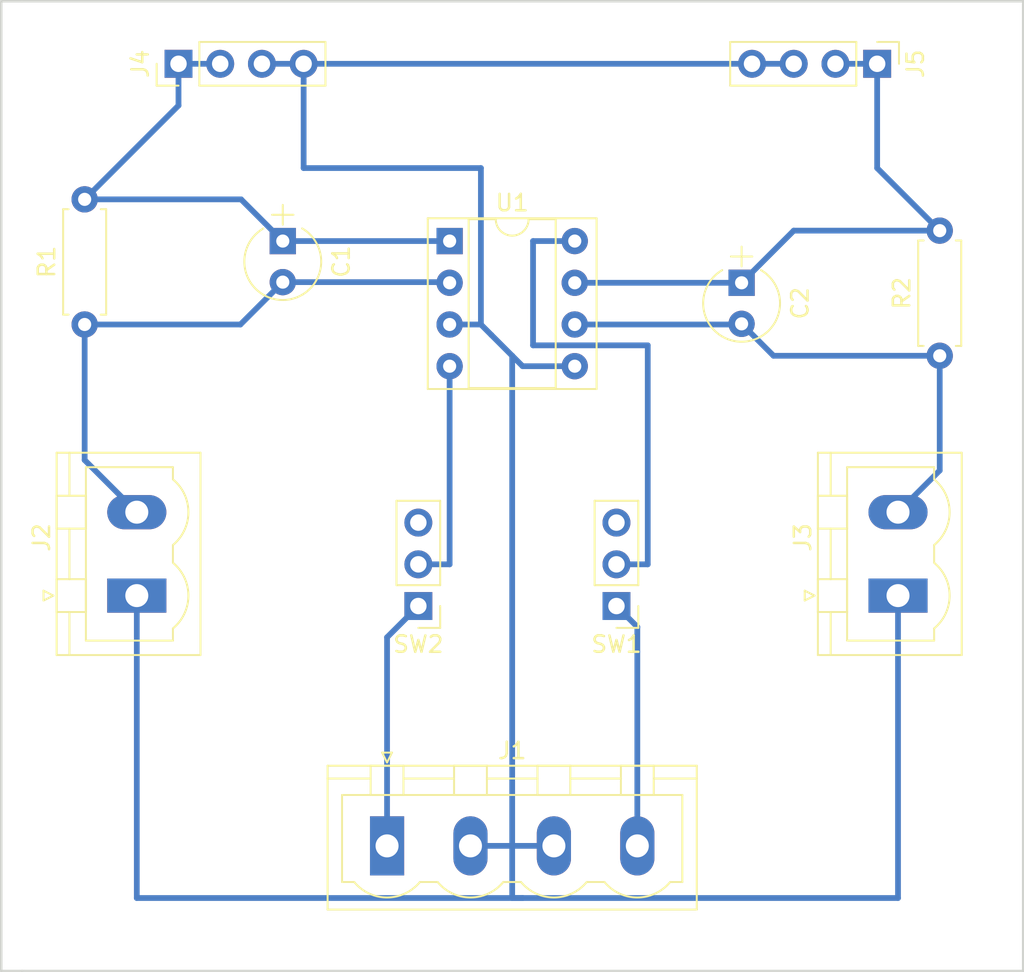
<source format=kicad_pcb>
(kicad_pcb (version 4) (host pcbnew 4.0.7)

  (general
    (links 27)
    (no_connects 0)
    (area 102.794999 50.089999 165.175001 109.295001)
    (thickness 1.6)
    (drawings 6)
    (tracks 62)
    (zones 0)
    (modules 12)
    (nets 10)
  )

  (page A4)
  (title_block
    (title "PCB Charge Amplifier")
    (date 2020-07-08)
    (rev 1.0)
    (company "LSKK ITB")
    (comment 1 "Alif Ilham Madani")
    (comment 2 "Designed By:")
  )

  (layers
    (0 F.Cu signal)
    (31 B.Cu signal)
    (32 B.Adhes user)
    (33 F.Adhes user)
    (34 B.Paste user)
    (35 F.Paste user)
    (36 B.SilkS user)
    (37 F.SilkS user)
    (38 B.Mask user)
    (39 F.Mask user)
    (40 Dwgs.User user)
    (41 Cmts.User user)
    (42 Eco1.User user)
    (43 Eco2.User user)
    (44 Edge.Cuts user)
    (45 Margin user)
    (46 B.CrtYd user)
    (47 F.CrtYd user)
    (48 B.Fab user)
    (49 F.Fab user)
  )

  (setup
    (last_trace_width 0.35)
    (trace_clearance 0.2)
    (zone_clearance 0.508)
    (zone_45_only no)
    (trace_min 0.2)
    (segment_width 0.2)
    (edge_width 0.15)
    (via_size 0.6)
    (via_drill 0.4)
    (via_min_size 0.4)
    (via_min_drill 0.3)
    (uvia_size 0.3)
    (uvia_drill 0.1)
    (uvias_allowed no)
    (uvia_min_size 0.2)
    (uvia_min_drill 0.1)
    (pcb_text_width 0.3)
    (pcb_text_size 1.5 1.5)
    (mod_edge_width 0.15)
    (mod_text_size 1 1)
    (mod_text_width 0.15)
    (pad_size 1.524 1.524)
    (pad_drill 0.762)
    (pad_to_mask_clearance 0.2)
    (aux_axis_origin 0 0)
    (visible_elements FFFFFF7F)
    (pcbplotparams
      (layerselection 0x01000_80000000)
      (usegerberextensions false)
      (excludeedgelayer false)
      (linewidth 0.100000)
      (plotframeref false)
      (viasonmask false)
      (mode 1)
      (useauxorigin false)
      (hpglpennumber 1)
      (hpglpenspeed 20)
      (hpglpendiameter 15)
      (hpglpenoverlay 2)
      (psnegative false)
      (psa4output false)
      (plotreference true)
      (plotvalue true)
      (plotinvisibletext false)
      (padsonsilk false)
      (subtractmaskfromsilk false)
      (outputformat 4)
      (mirror false)
      (drillshape 2)
      (scaleselection 1)
      (outputdirectory ./))
  )

  (net 0 "")
  (net 1 "Net-(C1-Pad1)")
  (net 2 "Net-(C1-Pad2)")
  (net 3 "Net-(C2-Pad1)")
  (net 4 "Net-(C2-Pad2)")
  (net 5 BAT-)
  (net 6 GND)
  (net 7 BAT+)
  (net 8 "Net-(SW2-Pad2)")
  (net 9 "Net-(SW1-Pad2)")

  (net_class Default "This is the default net class."
    (clearance 0.2)
    (trace_width 0.35)
    (via_dia 0.6)
    (via_drill 0.4)
    (uvia_dia 0.3)
    (uvia_drill 0.1)
    (add_net BAT+)
    (add_net BAT-)
    (add_net GND)
    (add_net "Net-(C1-Pad1)")
    (add_net "Net-(C1-Pad2)")
    (add_net "Net-(C2-Pad1)")
    (add_net "Net-(C2-Pad2)")
    (add_net "Net-(SW1-Pad2)")
    (add_net "Net-(SW2-Pad2)")
  )

  (module Connectors_Phoenix:PhoenixContact_MSTBVA-G_02x5.08mm_Vertical (layer F.Cu) (tedit 59566E5C) (tstamp 5F059B60)
    (at 111.125 86.36 90)
    (descr "Generic Phoenix Contact connector footprint for series: MSTBVA-G; number of pins: 02; pin pitch: 5.08mm; Vertical || order number: 1755736 12A || order number: 1924305 16A (HC)")
    (tags "phoenix_contact connector MSTBVA_01x02_G_5.08mm")
    (path /5F055944)
    (fp_text reference J2 (at 3.54 -5.8 90) (layer F.SilkS)
      (effects (font (size 1 1) (thickness 0.15)))
    )
    (fp_text value Vin1 (at 2.54 4.8 90) (layer F.Fab)
      (effects (font (size 1 1) (thickness 0.15)))
    )
    (fp_arc (start 0 0.55) (end -2 2.2) (angle -100.5) (layer F.SilkS) (width 0.12))
    (fp_arc (start 5.08 0.55) (end 3.08 2.2) (angle -100.5) (layer F.SilkS) (width 0.12))
    (fp_line (start -3.62 -4.88) (end -3.62 3.88) (layer F.SilkS) (width 0.12))
    (fp_line (start -3.62 3.88) (end 8.7 3.88) (layer F.SilkS) (width 0.12))
    (fp_line (start 8.7 3.88) (end 8.7 -4.88) (layer F.SilkS) (width 0.12))
    (fp_line (start 8.7 -4.88) (end -3.62 -4.88) (layer F.SilkS) (width 0.12))
    (fp_line (start -3.54 -4.8) (end -3.54 3.8) (layer F.Fab) (width 0.1))
    (fp_line (start -3.54 3.8) (end 8.62 3.8) (layer F.Fab) (width 0.1))
    (fp_line (start 8.62 3.8) (end 8.62 -4.8) (layer F.Fab) (width 0.1))
    (fp_line (start 8.62 -4.8) (end -3.54 -4.8) (layer F.Fab) (width 0.1))
    (fp_line (start -3.62 -4.1) (end -1.08 -4.1) (layer F.SilkS) (width 0.12))
    (fp_line (start 8.7 -4.1) (end 6.16 -4.1) (layer F.SilkS) (width 0.12))
    (fp_line (start 1 -4.1) (end 4.08 -4.1) (layer F.SilkS) (width 0.12))
    (fp_line (start -1 -3.1) (end -1 -4.88) (layer F.SilkS) (width 0.12))
    (fp_line (start -1 -4.88) (end 1 -4.88) (layer F.SilkS) (width 0.12))
    (fp_line (start 1 -4.88) (end 1 -3.1) (layer F.SilkS) (width 0.12))
    (fp_line (start 1 -3.1) (end -1 -3.1) (layer F.SilkS) (width 0.12))
    (fp_line (start 4.08 -3.1) (end 4.08 -4.88) (layer F.SilkS) (width 0.12))
    (fp_line (start 4.08 -4.88) (end 6.08 -4.88) (layer F.SilkS) (width 0.12))
    (fp_line (start 6.08 -4.88) (end 6.08 -3.1) (layer F.SilkS) (width 0.12))
    (fp_line (start 6.08 -3.1) (end 4.08 -3.1) (layer F.SilkS) (width 0.12))
    (fp_line (start 2 2.2) (end 3.08 2.2) (layer F.SilkS) (width 0.12))
    (fp_line (start -2 2.2) (end -2.74 2.2) (layer F.SilkS) (width 0.12))
    (fp_line (start -2.74 2.2) (end -2.74 -3.1) (layer F.SilkS) (width 0.12))
    (fp_line (start -2.74 -3.1) (end 7.82 -3.1) (layer F.SilkS) (width 0.12))
    (fp_line (start 7.82 -3.1) (end 7.82 2.2) (layer F.SilkS) (width 0.12))
    (fp_line (start 7.82 2.2) (end 7.08 2.2) (layer F.SilkS) (width 0.12))
    (fp_line (start -4.04 -5.3) (end -4.04 4.3) (layer F.CrtYd) (width 0.05))
    (fp_line (start -4.04 4.3) (end 9.12 4.3) (layer F.CrtYd) (width 0.05))
    (fp_line (start 9.12 4.3) (end 9.12 -5.3) (layer F.CrtYd) (width 0.05))
    (fp_line (start 9.12 -5.3) (end -4.04 -5.3) (layer F.CrtYd) (width 0.05))
    (fp_line (start 0.3 -5.68) (end 0 -5.08) (layer F.SilkS) (width 0.12))
    (fp_line (start 0 -5.08) (end -0.3 -5.68) (layer F.SilkS) (width 0.12))
    (fp_line (start -0.3 -5.68) (end 0.3 -5.68) (layer F.SilkS) (width 0.12))
    (fp_line (start 0.5 -3.55) (end 0 -2.55) (layer F.Fab) (width 0.1))
    (fp_line (start 0 -2.55) (end -0.5 -3.55) (layer F.Fab) (width 0.1))
    (fp_line (start -0.5 -3.55) (end 0.5 -3.55) (layer F.Fab) (width 0.1))
    (fp_text user %R (at 3.54 -3 90) (layer F.Fab)
      (effects (font (size 1 1) (thickness 0.15)))
    )
    (pad 1 thru_hole rect (at 0 0 90) (size 2.08 3.6) (drill 1.4) (layers *.Cu *.Mask)
      (net 6 GND))
    (pad 2 thru_hole oval (at 5.08 0 90) (size 2.08 3.6) (drill 1.4) (layers *.Cu *.Mask)
      (net 2 "Net-(C1-Pad2)"))
    (model ${KISYS3DMOD}/Connectors_Phoenix.3dshapes/PhoenixContact_MSTBVA-G_02x5.08mm_Vertical.wrl
      (at (xyz 0 0 0))
      (scale (xyz 1 1 1))
      (rotate (xyz 0 0 0))
    )
  )

  (module Capacitors_THT:CP_Radial_Tantal_D4.5mm_P2.50mm (layer F.Cu) (tedit 597C781B) (tstamp 5F0566A3)
    (at 120.015 64.77 270)
    (descr "CP, Radial_Tantal series, Radial, pin pitch=2.50mm, , diameter=4.5mm, Tantal Electrolytic Capacitor, http://cdn-reichelt.de/documents/datenblatt/B300/TANTAL-TB-Serie%23.pdf")
    (tags "CP Radial_Tantal series Radial pin pitch 2.50mm  diameter 4.5mm Tantal Electrolytic Capacitor")
    (path /5F0534CE)
    (fp_text reference C1 (at 1.25 -3.56 270) (layer F.SilkS)
      (effects (font (size 1 1) (thickness 0.15)))
    )
    (fp_text value 1n (at 1.25 3.56 270) (layer F.Fab)
      (effects (font (size 1 1) (thickness 0.15)))
    )
    (fp_arc (start 1.25 0) (end -0.770693 -1.18) (angle 119.4) (layer F.SilkS) (width 0.12))
    (fp_arc (start 1.25 0) (end -0.770693 1.18) (angle -119.4) (layer F.SilkS) (width 0.12))
    (fp_arc (start 1.25 0) (end 3.270693 -1.18) (angle 60.6) (layer F.SilkS) (width 0.12))
    (fp_circle (center 1.25 0) (end 3.5 0) (layer F.Fab) (width 0.1))
    (fp_line (start -2.2 0) (end -1 0) (layer F.Fab) (width 0.1))
    (fp_line (start -1.6 -0.65) (end -1.6 0.65) (layer F.Fab) (width 0.1))
    (fp_line (start -2.2 0) (end -1 0) (layer F.SilkS) (width 0.12))
    (fp_line (start -1.6 -0.65) (end -1.6 0.65) (layer F.SilkS) (width 0.12))
    (fp_line (start -1.35 -2.6) (end -1.35 2.6) (layer F.CrtYd) (width 0.05))
    (fp_line (start -1.35 2.6) (end 3.85 2.6) (layer F.CrtYd) (width 0.05))
    (fp_line (start 3.85 2.6) (end 3.85 -2.6) (layer F.CrtYd) (width 0.05))
    (fp_line (start 3.85 -2.6) (end -1.35 -2.6) (layer F.CrtYd) (width 0.05))
    (fp_text user %R (at 1.25 0 270) (layer F.Fab)
      (effects (font (size 1 1) (thickness 0.15)))
    )
    (pad 1 thru_hole rect (at 0 0 270) (size 1.6 1.6) (drill 0.8) (layers *.Cu *.Mask)
      (net 1 "Net-(C1-Pad1)"))
    (pad 2 thru_hole circle (at 2.5 0 270) (size 1.6 1.6) (drill 0.8) (layers *.Cu *.Mask)
      (net 2 "Net-(C1-Pad2)"))
    (model ${KISYS3DMOD}/Capacitors_THT.3dshapes/CP_Radial_Tantal_D4.5mm_P2.50mm.wrl
      (at (xyz 0 0 0))
      (scale (xyz 1 1 1))
      (rotate (xyz 0 0 0))
    )
  )

  (module Capacitors_THT:CP_Radial_Tantal_D4.5mm_P2.50mm (layer F.Cu) (tedit 597C781B) (tstamp 5F0566A9)
    (at 147.955 67.31 270)
    (descr "CP, Radial_Tantal series, Radial, pin pitch=2.50mm, , diameter=4.5mm, Tantal Electrolytic Capacitor, http://cdn-reichelt.de/documents/datenblatt/B300/TANTAL-TB-Serie%23.pdf")
    (tags "CP Radial_Tantal series Radial pin pitch 2.50mm  diameter 4.5mm Tantal Electrolytic Capacitor")
    (path /5F053601)
    (fp_text reference C2 (at 1.25 -3.56 270) (layer F.SilkS)
      (effects (font (size 1 1) (thickness 0.15)))
    )
    (fp_text value 1n (at 1.25 3.56 270) (layer F.Fab)
      (effects (font (size 1 1) (thickness 0.15)))
    )
    (fp_arc (start 1.25 0) (end -0.770693 -1.18) (angle 119.4) (layer F.SilkS) (width 0.12))
    (fp_arc (start 1.25 0) (end -0.770693 1.18) (angle -119.4) (layer F.SilkS) (width 0.12))
    (fp_arc (start 1.25 0) (end 3.270693 -1.18) (angle 60.6) (layer F.SilkS) (width 0.12))
    (fp_circle (center 1.25 0) (end 3.5 0) (layer F.Fab) (width 0.1))
    (fp_line (start -2.2 0) (end -1 0) (layer F.Fab) (width 0.1))
    (fp_line (start -1.6 -0.65) (end -1.6 0.65) (layer F.Fab) (width 0.1))
    (fp_line (start -2.2 0) (end -1 0) (layer F.SilkS) (width 0.12))
    (fp_line (start -1.6 -0.65) (end -1.6 0.65) (layer F.SilkS) (width 0.12))
    (fp_line (start -1.35 -2.6) (end -1.35 2.6) (layer F.CrtYd) (width 0.05))
    (fp_line (start -1.35 2.6) (end 3.85 2.6) (layer F.CrtYd) (width 0.05))
    (fp_line (start 3.85 2.6) (end 3.85 -2.6) (layer F.CrtYd) (width 0.05))
    (fp_line (start 3.85 -2.6) (end -1.35 -2.6) (layer F.CrtYd) (width 0.05))
    (fp_text user %R (at 1.25 0 270) (layer F.Fab)
      (effects (font (size 1 1) (thickness 0.15)))
    )
    (pad 1 thru_hole rect (at 0 0 270) (size 1.6 1.6) (drill 0.8) (layers *.Cu *.Mask)
      (net 3 "Net-(C2-Pad1)"))
    (pad 2 thru_hole circle (at 2.5 0 270) (size 1.6 1.6) (drill 0.8) (layers *.Cu *.Mask)
      (net 4 "Net-(C2-Pad2)"))
    (model ${KISYS3DMOD}/Capacitors_THT.3dshapes/CP_Radial_Tantal_D4.5mm_P2.50mm.wrl
      (at (xyz 0 0 0))
      (scale (xyz 1 1 1))
      (rotate (xyz 0 0 0))
    )
  )

  (module Resistors_THT:R_Axial_DIN0207_L6.3mm_D2.5mm_P7.62mm_Horizontal (layer F.Cu) (tedit 5874F706) (tstamp 5F0566D0)
    (at 107.95 69.85 90)
    (descr "Resistor, Axial_DIN0207 series, Axial, Horizontal, pin pitch=7.62mm, 0.25W = 1/4W, length*diameter=6.3*2.5mm^2, http://cdn-reichelt.de/documents/datenblatt/B400/1_4W%23YAG.pdf")
    (tags "Resistor Axial_DIN0207 series Axial Horizontal pin pitch 7.62mm 0.25W = 1/4W length 6.3mm diameter 2.5mm")
    (path /5F053141)
    (fp_text reference R1 (at 3.81 -2.31 90) (layer F.SilkS)
      (effects (font (size 1 1) (thickness 0.15)))
    )
    (fp_text value 1M (at 3.81 2.31 90) (layer F.Fab)
      (effects (font (size 1 1) (thickness 0.15)))
    )
    (fp_line (start 0.66 -1.25) (end 0.66 1.25) (layer F.Fab) (width 0.1))
    (fp_line (start 0.66 1.25) (end 6.96 1.25) (layer F.Fab) (width 0.1))
    (fp_line (start 6.96 1.25) (end 6.96 -1.25) (layer F.Fab) (width 0.1))
    (fp_line (start 6.96 -1.25) (end 0.66 -1.25) (layer F.Fab) (width 0.1))
    (fp_line (start 0 0) (end 0.66 0) (layer F.Fab) (width 0.1))
    (fp_line (start 7.62 0) (end 6.96 0) (layer F.Fab) (width 0.1))
    (fp_line (start 0.6 -0.98) (end 0.6 -1.31) (layer F.SilkS) (width 0.12))
    (fp_line (start 0.6 -1.31) (end 7.02 -1.31) (layer F.SilkS) (width 0.12))
    (fp_line (start 7.02 -1.31) (end 7.02 -0.98) (layer F.SilkS) (width 0.12))
    (fp_line (start 0.6 0.98) (end 0.6 1.31) (layer F.SilkS) (width 0.12))
    (fp_line (start 0.6 1.31) (end 7.02 1.31) (layer F.SilkS) (width 0.12))
    (fp_line (start 7.02 1.31) (end 7.02 0.98) (layer F.SilkS) (width 0.12))
    (fp_line (start -1.05 -1.6) (end -1.05 1.6) (layer F.CrtYd) (width 0.05))
    (fp_line (start -1.05 1.6) (end 8.7 1.6) (layer F.CrtYd) (width 0.05))
    (fp_line (start 8.7 1.6) (end 8.7 -1.6) (layer F.CrtYd) (width 0.05))
    (fp_line (start 8.7 -1.6) (end -1.05 -1.6) (layer F.CrtYd) (width 0.05))
    (pad 1 thru_hole circle (at 0 0 90) (size 1.6 1.6) (drill 0.8) (layers *.Cu *.Mask)
      (net 2 "Net-(C1-Pad2)"))
    (pad 2 thru_hole oval (at 7.62 0 90) (size 1.6 1.6) (drill 0.8) (layers *.Cu *.Mask)
      (net 1 "Net-(C1-Pad1)"))
    (model ${KISYS3DMOD}/Resistors_THT.3dshapes/R_Axial_DIN0207_L6.3mm_D2.5mm_P7.62mm_Horizontal.wrl
      (at (xyz 0 0 0))
      (scale (xyz 0.393701 0.393701 0.393701))
      (rotate (xyz 0 0 0))
    )
  )

  (module Resistors_THT:R_Axial_DIN0207_L6.3mm_D2.5mm_P7.62mm_Horizontal (layer F.Cu) (tedit 5874F706) (tstamp 5F0566D6)
    (at 160.02 71.755 90)
    (descr "Resistor, Axial_DIN0207 series, Axial, Horizontal, pin pitch=7.62mm, 0.25W = 1/4W, length*diameter=6.3*2.5mm^2, http://cdn-reichelt.de/documents/datenblatt/B400/1_4W%23YAG.pdf")
    (tags "Resistor Axial_DIN0207 series Axial Horizontal pin pitch 7.62mm 0.25W = 1/4W length 6.3mm diameter 2.5mm")
    (path /5F0532E8)
    (fp_text reference R2 (at 3.81 -2.31 90) (layer F.SilkS)
      (effects (font (size 1 1) (thickness 0.15)))
    )
    (fp_text value 1M (at 3.81 2.31 90) (layer F.Fab)
      (effects (font (size 1 1) (thickness 0.15)))
    )
    (fp_line (start 0.66 -1.25) (end 0.66 1.25) (layer F.Fab) (width 0.1))
    (fp_line (start 0.66 1.25) (end 6.96 1.25) (layer F.Fab) (width 0.1))
    (fp_line (start 6.96 1.25) (end 6.96 -1.25) (layer F.Fab) (width 0.1))
    (fp_line (start 6.96 -1.25) (end 0.66 -1.25) (layer F.Fab) (width 0.1))
    (fp_line (start 0 0) (end 0.66 0) (layer F.Fab) (width 0.1))
    (fp_line (start 7.62 0) (end 6.96 0) (layer F.Fab) (width 0.1))
    (fp_line (start 0.6 -0.98) (end 0.6 -1.31) (layer F.SilkS) (width 0.12))
    (fp_line (start 0.6 -1.31) (end 7.02 -1.31) (layer F.SilkS) (width 0.12))
    (fp_line (start 7.02 -1.31) (end 7.02 -0.98) (layer F.SilkS) (width 0.12))
    (fp_line (start 0.6 0.98) (end 0.6 1.31) (layer F.SilkS) (width 0.12))
    (fp_line (start 0.6 1.31) (end 7.02 1.31) (layer F.SilkS) (width 0.12))
    (fp_line (start 7.02 1.31) (end 7.02 0.98) (layer F.SilkS) (width 0.12))
    (fp_line (start -1.05 -1.6) (end -1.05 1.6) (layer F.CrtYd) (width 0.05))
    (fp_line (start -1.05 1.6) (end 8.7 1.6) (layer F.CrtYd) (width 0.05))
    (fp_line (start 8.7 1.6) (end 8.7 -1.6) (layer F.CrtYd) (width 0.05))
    (fp_line (start 8.7 -1.6) (end -1.05 -1.6) (layer F.CrtYd) (width 0.05))
    (pad 1 thru_hole circle (at 0 0 90) (size 1.6 1.6) (drill 0.8) (layers *.Cu *.Mask)
      (net 4 "Net-(C2-Pad2)"))
    (pad 2 thru_hole oval (at 7.62 0 90) (size 1.6 1.6) (drill 0.8) (layers *.Cu *.Mask)
      (net 3 "Net-(C2-Pad1)"))
    (model ${KISYS3DMOD}/Resistors_THT.3dshapes/R_Axial_DIN0207_L6.3mm_D2.5mm_P7.62mm_Horizontal.wrl
      (at (xyz 0 0 0))
      (scale (xyz 0.393701 0.393701 0.393701))
      (rotate (xyz 0 0 0))
    )
  )

  (module Housings_DIP:DIP-8_W7.62mm_Socket (layer F.Cu) (tedit 59C78D6B) (tstamp 5F0566E2)
    (at 130.175 64.77)
    (descr "8-lead though-hole mounted DIP package, row spacing 7.62 mm (300 mils), Socket")
    (tags "THT DIP DIL PDIP 2.54mm 7.62mm 300mil Socket")
    (path /5F053738)
    (fp_text reference U1 (at 3.81 -2.33) (layer F.SilkS)
      (effects (font (size 1 1) (thickness 0.15)))
    )
    (fp_text value TL082 (at 3.81 9.95) (layer F.Fab)
      (effects (font (size 1 1) (thickness 0.15)))
    )
    (fp_arc (start 3.81 -1.33) (end 2.81 -1.33) (angle -180) (layer F.SilkS) (width 0.12))
    (fp_line (start 1.635 -1.27) (end 6.985 -1.27) (layer F.Fab) (width 0.1))
    (fp_line (start 6.985 -1.27) (end 6.985 8.89) (layer F.Fab) (width 0.1))
    (fp_line (start 6.985 8.89) (end 0.635 8.89) (layer F.Fab) (width 0.1))
    (fp_line (start 0.635 8.89) (end 0.635 -0.27) (layer F.Fab) (width 0.1))
    (fp_line (start 0.635 -0.27) (end 1.635 -1.27) (layer F.Fab) (width 0.1))
    (fp_line (start -1.27 -1.33) (end -1.27 8.95) (layer F.Fab) (width 0.1))
    (fp_line (start -1.27 8.95) (end 8.89 8.95) (layer F.Fab) (width 0.1))
    (fp_line (start 8.89 8.95) (end 8.89 -1.33) (layer F.Fab) (width 0.1))
    (fp_line (start 8.89 -1.33) (end -1.27 -1.33) (layer F.Fab) (width 0.1))
    (fp_line (start 2.81 -1.33) (end 1.16 -1.33) (layer F.SilkS) (width 0.12))
    (fp_line (start 1.16 -1.33) (end 1.16 8.95) (layer F.SilkS) (width 0.12))
    (fp_line (start 1.16 8.95) (end 6.46 8.95) (layer F.SilkS) (width 0.12))
    (fp_line (start 6.46 8.95) (end 6.46 -1.33) (layer F.SilkS) (width 0.12))
    (fp_line (start 6.46 -1.33) (end 4.81 -1.33) (layer F.SilkS) (width 0.12))
    (fp_line (start -1.33 -1.39) (end -1.33 9.01) (layer F.SilkS) (width 0.12))
    (fp_line (start -1.33 9.01) (end 8.95 9.01) (layer F.SilkS) (width 0.12))
    (fp_line (start 8.95 9.01) (end 8.95 -1.39) (layer F.SilkS) (width 0.12))
    (fp_line (start 8.95 -1.39) (end -1.33 -1.39) (layer F.SilkS) (width 0.12))
    (fp_line (start -1.55 -1.6) (end -1.55 9.2) (layer F.CrtYd) (width 0.05))
    (fp_line (start -1.55 9.2) (end 9.15 9.2) (layer F.CrtYd) (width 0.05))
    (fp_line (start 9.15 9.2) (end 9.15 -1.6) (layer F.CrtYd) (width 0.05))
    (fp_line (start 9.15 -1.6) (end -1.55 -1.6) (layer F.CrtYd) (width 0.05))
    (fp_text user %R (at 3.81 3.81) (layer F.Fab)
      (effects (font (size 1 1) (thickness 0.15)))
    )
    (pad 1 thru_hole rect (at 0 0) (size 1.6 1.6) (drill 0.8) (layers *.Cu *.Mask)
      (net 1 "Net-(C1-Pad1)"))
    (pad 5 thru_hole oval (at 7.62 7.62) (size 1.6 1.6) (drill 0.8) (layers *.Cu *.Mask)
      (net 6 GND))
    (pad 2 thru_hole oval (at 0 2.54) (size 1.6 1.6) (drill 0.8) (layers *.Cu *.Mask)
      (net 2 "Net-(C1-Pad2)"))
    (pad 6 thru_hole oval (at 7.62 5.08) (size 1.6 1.6) (drill 0.8) (layers *.Cu *.Mask)
      (net 4 "Net-(C2-Pad2)"))
    (pad 3 thru_hole oval (at 0 5.08) (size 1.6 1.6) (drill 0.8) (layers *.Cu *.Mask)
      (net 6 GND))
    (pad 7 thru_hole oval (at 7.62 2.54) (size 1.6 1.6) (drill 0.8) (layers *.Cu *.Mask)
      (net 3 "Net-(C2-Pad1)"))
    (pad 4 thru_hole oval (at 0 7.62) (size 1.6 1.6) (drill 0.8) (layers *.Cu *.Mask)
      (net 8 "Net-(SW2-Pad2)"))
    (pad 8 thru_hole oval (at 7.62 0) (size 1.6 1.6) (drill 0.8) (layers *.Cu *.Mask)
      (net 9 "Net-(SW1-Pad2)"))
    (model ${KISYS3DMOD}/Housings_DIP.3dshapes/DIP-8_W7.62mm_Socket.wrl
      (at (xyz 0 0 0))
      (scale (xyz 1 1 1))
      (rotate (xyz 0 0 0))
    )
  )

  (module Pin_Headers:Pin_Header_Straight_1x03_Pitch2.54mm (layer F.Cu) (tedit 59650532) (tstamp 5F05874E)
    (at 140.335 86.995 180)
    (descr "Through hole straight pin header, 1x03, 2.54mm pitch, single row")
    (tags "Through hole pin header THT 1x03 2.54mm single row")
    (path /5F05AA78)
    (fp_text reference SW1 (at 0 -2.33 180) (layer F.SilkS)
      (effects (font (size 1 1) (thickness 0.15)))
    )
    (fp_text value SW_DIP_x01 (at 0 7.41 180) (layer F.Fab)
      (effects (font (size 1 1) (thickness 0.15)))
    )
    (fp_line (start -0.635 -1.27) (end 1.27 -1.27) (layer F.Fab) (width 0.1))
    (fp_line (start 1.27 -1.27) (end 1.27 6.35) (layer F.Fab) (width 0.1))
    (fp_line (start 1.27 6.35) (end -1.27 6.35) (layer F.Fab) (width 0.1))
    (fp_line (start -1.27 6.35) (end -1.27 -0.635) (layer F.Fab) (width 0.1))
    (fp_line (start -1.27 -0.635) (end -0.635 -1.27) (layer F.Fab) (width 0.1))
    (fp_line (start -1.33 6.41) (end 1.33 6.41) (layer F.SilkS) (width 0.12))
    (fp_line (start -1.33 1.27) (end -1.33 6.41) (layer F.SilkS) (width 0.12))
    (fp_line (start 1.33 1.27) (end 1.33 6.41) (layer F.SilkS) (width 0.12))
    (fp_line (start -1.33 1.27) (end 1.33 1.27) (layer F.SilkS) (width 0.12))
    (fp_line (start -1.33 0) (end -1.33 -1.33) (layer F.SilkS) (width 0.12))
    (fp_line (start -1.33 -1.33) (end 0 -1.33) (layer F.SilkS) (width 0.12))
    (fp_line (start -1.8 -1.8) (end -1.8 6.85) (layer F.CrtYd) (width 0.05))
    (fp_line (start -1.8 6.85) (end 1.8 6.85) (layer F.CrtYd) (width 0.05))
    (fp_line (start 1.8 6.85) (end 1.8 -1.8) (layer F.CrtYd) (width 0.05))
    (fp_line (start 1.8 -1.8) (end -1.8 -1.8) (layer F.CrtYd) (width 0.05))
    (fp_text user %R (at 0 2.54 270) (layer F.Fab)
      (effects (font (size 1 1) (thickness 0.15)))
    )
    (pad 1 thru_hole rect (at 0 0 180) (size 1.7 1.7) (drill 1) (layers *.Cu *.Mask)
      (net 7 BAT+))
    (pad 2 thru_hole oval (at 0 2.54 180) (size 1.7 1.7) (drill 1) (layers *.Cu *.Mask)
      (net 9 "Net-(SW1-Pad2)"))
    (pad 3 thru_hole oval (at 0 5.08 180) (size 1.7 1.7) (drill 1) (layers *.Cu *.Mask))
    (model ${KISYS3DMOD}/Pin_Headers.3dshapes/Pin_Header_Straight_1x03_Pitch2.54mm.wrl
      (at (xyz 0 0 0))
      (scale (xyz 1 1 1))
      (rotate (xyz 0 0 0))
    )
  )

  (module Pin_Headers:Pin_Header_Straight_1x03_Pitch2.54mm (layer F.Cu) (tedit 59650532) (tstamp 5F058755)
    (at 128.27 86.995 180)
    (descr "Through hole straight pin header, 1x03, 2.54mm pitch, single row")
    (tags "Through hole pin header THT 1x03 2.54mm single row")
    (path /5F05ADFF)
    (fp_text reference SW2 (at 0 -2.33 180) (layer F.SilkS)
      (effects (font (size 1 1) (thickness 0.15)))
    )
    (fp_text value SW_DIP_x01 (at 0 7.41 180) (layer F.Fab)
      (effects (font (size 1 1) (thickness 0.15)))
    )
    (fp_line (start -0.635 -1.27) (end 1.27 -1.27) (layer F.Fab) (width 0.1))
    (fp_line (start 1.27 -1.27) (end 1.27 6.35) (layer F.Fab) (width 0.1))
    (fp_line (start 1.27 6.35) (end -1.27 6.35) (layer F.Fab) (width 0.1))
    (fp_line (start -1.27 6.35) (end -1.27 -0.635) (layer F.Fab) (width 0.1))
    (fp_line (start -1.27 -0.635) (end -0.635 -1.27) (layer F.Fab) (width 0.1))
    (fp_line (start -1.33 6.41) (end 1.33 6.41) (layer F.SilkS) (width 0.12))
    (fp_line (start -1.33 1.27) (end -1.33 6.41) (layer F.SilkS) (width 0.12))
    (fp_line (start 1.33 1.27) (end 1.33 6.41) (layer F.SilkS) (width 0.12))
    (fp_line (start -1.33 1.27) (end 1.33 1.27) (layer F.SilkS) (width 0.12))
    (fp_line (start -1.33 0) (end -1.33 -1.33) (layer F.SilkS) (width 0.12))
    (fp_line (start -1.33 -1.33) (end 0 -1.33) (layer F.SilkS) (width 0.12))
    (fp_line (start -1.8 -1.8) (end -1.8 6.85) (layer F.CrtYd) (width 0.05))
    (fp_line (start -1.8 6.85) (end 1.8 6.85) (layer F.CrtYd) (width 0.05))
    (fp_line (start 1.8 6.85) (end 1.8 -1.8) (layer F.CrtYd) (width 0.05))
    (fp_line (start 1.8 -1.8) (end -1.8 -1.8) (layer F.CrtYd) (width 0.05))
    (fp_text user %R (at 0 2.54 270) (layer F.Fab)
      (effects (font (size 1 1) (thickness 0.15)))
    )
    (pad 1 thru_hole rect (at 0 0 180) (size 1.7 1.7) (drill 1) (layers *.Cu *.Mask)
      (net 5 BAT-))
    (pad 2 thru_hole oval (at 0 2.54 180) (size 1.7 1.7) (drill 1) (layers *.Cu *.Mask)
      (net 8 "Net-(SW2-Pad2)"))
    (pad 3 thru_hole oval (at 0 5.08 180) (size 1.7 1.7) (drill 1) (layers *.Cu *.Mask))
    (model ${KISYS3DMOD}/Pin_Headers.3dshapes/Pin_Header_Straight_1x03_Pitch2.54mm.wrl
      (at (xyz 0 0 0))
      (scale (xyz 1 1 1))
      (rotate (xyz 0 0 0))
    )
  )

  (module Pin_Headers:Pin_Header_Straight_1x04_Pitch2.54mm (layer F.Cu) (tedit 59650532) (tstamp 5F05885F)
    (at 113.665 53.975 90)
    (descr "Through hole straight pin header, 1x04, 2.54mm pitch, single row")
    (tags "Through hole pin header THT 1x04 2.54mm single row")
    (path /5F05B5A6)
    (fp_text reference J4 (at 0 -2.33 90) (layer F.SilkS)
      (effects (font (size 1 1) (thickness 0.15)))
    )
    (fp_text value Vout1 (at 0 9.95 90) (layer F.Fab)
      (effects (font (size 1 1) (thickness 0.15)))
    )
    (fp_line (start -0.635 -1.27) (end 1.27 -1.27) (layer F.Fab) (width 0.1))
    (fp_line (start 1.27 -1.27) (end 1.27 8.89) (layer F.Fab) (width 0.1))
    (fp_line (start 1.27 8.89) (end -1.27 8.89) (layer F.Fab) (width 0.1))
    (fp_line (start -1.27 8.89) (end -1.27 -0.635) (layer F.Fab) (width 0.1))
    (fp_line (start -1.27 -0.635) (end -0.635 -1.27) (layer F.Fab) (width 0.1))
    (fp_line (start -1.33 8.95) (end 1.33 8.95) (layer F.SilkS) (width 0.12))
    (fp_line (start -1.33 1.27) (end -1.33 8.95) (layer F.SilkS) (width 0.12))
    (fp_line (start 1.33 1.27) (end 1.33 8.95) (layer F.SilkS) (width 0.12))
    (fp_line (start -1.33 1.27) (end 1.33 1.27) (layer F.SilkS) (width 0.12))
    (fp_line (start -1.33 0) (end -1.33 -1.33) (layer F.SilkS) (width 0.12))
    (fp_line (start -1.33 -1.33) (end 0 -1.33) (layer F.SilkS) (width 0.12))
    (fp_line (start -1.8 -1.8) (end -1.8 9.4) (layer F.CrtYd) (width 0.05))
    (fp_line (start -1.8 9.4) (end 1.8 9.4) (layer F.CrtYd) (width 0.05))
    (fp_line (start 1.8 9.4) (end 1.8 -1.8) (layer F.CrtYd) (width 0.05))
    (fp_line (start 1.8 -1.8) (end -1.8 -1.8) (layer F.CrtYd) (width 0.05))
    (fp_text user %R (at 0 3.81 180) (layer F.Fab)
      (effects (font (size 1 1) (thickness 0.15)))
    )
    (pad 1 thru_hole rect (at 0 0 90) (size 1.7 1.7) (drill 1) (layers *.Cu *.Mask)
      (net 1 "Net-(C1-Pad1)"))
    (pad 2 thru_hole oval (at 0 2.54 90) (size 1.7 1.7) (drill 1) (layers *.Cu *.Mask)
      (net 1 "Net-(C1-Pad1)"))
    (pad 3 thru_hole oval (at 0 5.08 90) (size 1.7 1.7) (drill 1) (layers *.Cu *.Mask)
      (net 6 GND))
    (pad 4 thru_hole oval (at 0 7.62 90) (size 1.7 1.7) (drill 1) (layers *.Cu *.Mask)
      (net 6 GND))
    (model ${KISYS3DMOD}/Pin_Headers.3dshapes/Pin_Header_Straight_1x04_Pitch2.54mm.wrl
      (at (xyz 0 0 0))
      (scale (xyz 1 1 1))
      (rotate (xyz 0 0 0))
    )
  )

  (module Pin_Headers:Pin_Header_Straight_1x04_Pitch2.54mm (layer F.Cu) (tedit 59650532) (tstamp 5F058867)
    (at 156.21 53.975 270)
    (descr "Through hole straight pin header, 1x04, 2.54mm pitch, single row")
    (tags "Through hole pin header THT 1x04 2.54mm single row")
    (path /5F05B826)
    (fp_text reference J5 (at 0 -2.33 270) (layer F.SilkS)
      (effects (font (size 1 1) (thickness 0.15)))
    )
    (fp_text value Vout2 (at 0 9.95 270) (layer F.Fab)
      (effects (font (size 1 1) (thickness 0.15)))
    )
    (fp_line (start -0.635 -1.27) (end 1.27 -1.27) (layer F.Fab) (width 0.1))
    (fp_line (start 1.27 -1.27) (end 1.27 8.89) (layer F.Fab) (width 0.1))
    (fp_line (start 1.27 8.89) (end -1.27 8.89) (layer F.Fab) (width 0.1))
    (fp_line (start -1.27 8.89) (end -1.27 -0.635) (layer F.Fab) (width 0.1))
    (fp_line (start -1.27 -0.635) (end -0.635 -1.27) (layer F.Fab) (width 0.1))
    (fp_line (start -1.33 8.95) (end 1.33 8.95) (layer F.SilkS) (width 0.12))
    (fp_line (start -1.33 1.27) (end -1.33 8.95) (layer F.SilkS) (width 0.12))
    (fp_line (start 1.33 1.27) (end 1.33 8.95) (layer F.SilkS) (width 0.12))
    (fp_line (start -1.33 1.27) (end 1.33 1.27) (layer F.SilkS) (width 0.12))
    (fp_line (start -1.33 0) (end -1.33 -1.33) (layer F.SilkS) (width 0.12))
    (fp_line (start -1.33 -1.33) (end 0 -1.33) (layer F.SilkS) (width 0.12))
    (fp_line (start -1.8 -1.8) (end -1.8 9.4) (layer F.CrtYd) (width 0.05))
    (fp_line (start -1.8 9.4) (end 1.8 9.4) (layer F.CrtYd) (width 0.05))
    (fp_line (start 1.8 9.4) (end 1.8 -1.8) (layer F.CrtYd) (width 0.05))
    (fp_line (start 1.8 -1.8) (end -1.8 -1.8) (layer F.CrtYd) (width 0.05))
    (fp_text user %R (at 0 3.81 360) (layer F.Fab)
      (effects (font (size 1 1) (thickness 0.15)))
    )
    (pad 1 thru_hole rect (at 0 0 270) (size 1.7 1.7) (drill 1) (layers *.Cu *.Mask)
      (net 3 "Net-(C2-Pad1)"))
    (pad 2 thru_hole oval (at 0 2.54 270) (size 1.7 1.7) (drill 1) (layers *.Cu *.Mask)
      (net 3 "Net-(C2-Pad1)"))
    (pad 3 thru_hole oval (at 0 5.08 270) (size 1.7 1.7) (drill 1) (layers *.Cu *.Mask)
      (net 6 GND))
    (pad 4 thru_hole oval (at 0 7.62 270) (size 1.7 1.7) (drill 1) (layers *.Cu *.Mask)
      (net 6 GND))
    (model ${KISYS3DMOD}/Pin_Headers.3dshapes/Pin_Header_Straight_1x04_Pitch2.54mm.wrl
      (at (xyz 0 0 0))
      (scale (xyz 1 1 1))
      (rotate (xyz 0 0 0))
    )
  )

  (module Connectors_Phoenix:PhoenixContact_MSTBVA-G_04x5.08mm_Vertical (layer F.Cu) (tedit 59566E5C) (tstamp 5F059B41)
    (at 126.365 101.6)
    (descr "Generic Phoenix Contact connector footprint for series: MSTBVA-G; number of pins: 04; pin pitch: 5.08mm; Vertical || order number: 1755752 12A || order number: 1924321 16A (HC)")
    (tags "phoenix_contact connector MSTBVA_01x04_G_5.08mm")
    (path /5F05C383)
    (fp_text reference J1 (at 7.62 -5.8) (layer F.SilkS)
      (effects (font (size 1 1) (thickness 0.15)))
    )
    (fp_text value "Power Port" (at 7.62 4.8) (layer F.Fab)
      (effects (font (size 1 1) (thickness 0.15)))
    )
    (fp_arc (start 0 0.55) (end -2 2.2) (angle -100.5) (layer F.SilkS) (width 0.12))
    (fp_arc (start 5.08 0.55) (end 3.08 2.2) (angle -100.5) (layer F.SilkS) (width 0.12))
    (fp_arc (start 10.16 0.55) (end 8.16 2.2) (angle -100.5) (layer F.SilkS) (width 0.12))
    (fp_arc (start 15.24 0.55) (end 13.24 2.2) (angle -100.5) (layer F.SilkS) (width 0.12))
    (fp_line (start -3.62 -4.88) (end -3.62 3.88) (layer F.SilkS) (width 0.12))
    (fp_line (start -3.62 3.88) (end 18.86 3.88) (layer F.SilkS) (width 0.12))
    (fp_line (start 18.86 3.88) (end 18.86 -4.88) (layer F.SilkS) (width 0.12))
    (fp_line (start 18.86 -4.88) (end -3.62 -4.88) (layer F.SilkS) (width 0.12))
    (fp_line (start -3.54 -4.8) (end -3.54 3.8) (layer F.Fab) (width 0.1))
    (fp_line (start -3.54 3.8) (end 18.78 3.8) (layer F.Fab) (width 0.1))
    (fp_line (start 18.78 3.8) (end 18.78 -4.8) (layer F.Fab) (width 0.1))
    (fp_line (start 18.78 -4.8) (end -3.54 -4.8) (layer F.Fab) (width 0.1))
    (fp_line (start -3.62 -4.1) (end -1.08 -4.1) (layer F.SilkS) (width 0.12))
    (fp_line (start 18.86 -4.1) (end 16.32 -4.1) (layer F.SilkS) (width 0.12))
    (fp_line (start 1 -4.1) (end 4.08 -4.1) (layer F.SilkS) (width 0.12))
    (fp_line (start 6.08 -4.1) (end 9.16 -4.1) (layer F.SilkS) (width 0.12))
    (fp_line (start 11.16 -4.1) (end 14.24 -4.1) (layer F.SilkS) (width 0.12))
    (fp_line (start -1 -3.1) (end -1 -4.88) (layer F.SilkS) (width 0.12))
    (fp_line (start -1 -4.88) (end 1 -4.88) (layer F.SilkS) (width 0.12))
    (fp_line (start 1 -4.88) (end 1 -3.1) (layer F.SilkS) (width 0.12))
    (fp_line (start 1 -3.1) (end -1 -3.1) (layer F.SilkS) (width 0.12))
    (fp_line (start 4.08 -3.1) (end 4.08 -4.88) (layer F.SilkS) (width 0.12))
    (fp_line (start 4.08 -4.88) (end 6.08 -4.88) (layer F.SilkS) (width 0.12))
    (fp_line (start 6.08 -4.88) (end 6.08 -3.1) (layer F.SilkS) (width 0.12))
    (fp_line (start 6.08 -3.1) (end 4.08 -3.1) (layer F.SilkS) (width 0.12))
    (fp_line (start 9.16 -3.1) (end 9.16 -4.88) (layer F.SilkS) (width 0.12))
    (fp_line (start 9.16 -4.88) (end 11.16 -4.88) (layer F.SilkS) (width 0.12))
    (fp_line (start 11.16 -4.88) (end 11.16 -3.1) (layer F.SilkS) (width 0.12))
    (fp_line (start 11.16 -3.1) (end 9.16 -3.1) (layer F.SilkS) (width 0.12))
    (fp_line (start 14.24 -3.1) (end 14.24 -4.88) (layer F.SilkS) (width 0.12))
    (fp_line (start 14.24 -4.88) (end 16.24 -4.88) (layer F.SilkS) (width 0.12))
    (fp_line (start 16.24 -4.88) (end 16.24 -3.1) (layer F.SilkS) (width 0.12))
    (fp_line (start 16.24 -3.1) (end 14.24 -3.1) (layer F.SilkS) (width 0.12))
    (fp_line (start 2 2.2) (end 3.08 2.2) (layer F.SilkS) (width 0.12))
    (fp_line (start 7.08 2.2) (end 8.16 2.2) (layer F.SilkS) (width 0.12))
    (fp_line (start 12.16 2.2) (end 13.24 2.2) (layer F.SilkS) (width 0.12))
    (fp_line (start -2 2.2) (end -2.74 2.2) (layer F.SilkS) (width 0.12))
    (fp_line (start -2.74 2.2) (end -2.74 -3.1) (layer F.SilkS) (width 0.12))
    (fp_line (start -2.74 -3.1) (end 17.98 -3.1) (layer F.SilkS) (width 0.12))
    (fp_line (start 17.98 -3.1) (end 17.98 2.2) (layer F.SilkS) (width 0.12))
    (fp_line (start 17.98 2.2) (end 17.24 2.2) (layer F.SilkS) (width 0.12))
    (fp_line (start -4.04 -5.3) (end -4.04 4.3) (layer F.CrtYd) (width 0.05))
    (fp_line (start -4.04 4.3) (end 19.28 4.3) (layer F.CrtYd) (width 0.05))
    (fp_line (start 19.28 4.3) (end 19.28 -5.3) (layer F.CrtYd) (width 0.05))
    (fp_line (start 19.28 -5.3) (end -4.04 -5.3) (layer F.CrtYd) (width 0.05))
    (fp_line (start 0.3 -5.68) (end 0 -5.08) (layer F.SilkS) (width 0.12))
    (fp_line (start 0 -5.08) (end -0.3 -5.68) (layer F.SilkS) (width 0.12))
    (fp_line (start -0.3 -5.68) (end 0.3 -5.68) (layer F.SilkS) (width 0.12))
    (fp_line (start 0.5 -3.55) (end 0 -2.55) (layer F.Fab) (width 0.1))
    (fp_line (start 0 -2.55) (end -0.5 -3.55) (layer F.Fab) (width 0.1))
    (fp_line (start -0.5 -3.55) (end 0.5 -3.55) (layer F.Fab) (width 0.1))
    (fp_text user %R (at 7.62 -3) (layer F.Fab)
      (effects (font (size 1 1) (thickness 0.15)))
    )
    (pad 1 thru_hole rect (at 0 0) (size 2.08 3.6) (drill 1.4) (layers *.Cu *.Mask)
      (net 5 BAT-))
    (pad 2 thru_hole oval (at 5.08 0) (size 2.08 3.6) (drill 1.4) (layers *.Cu *.Mask)
      (net 6 GND))
    (pad 3 thru_hole oval (at 10.16 0) (size 2.08 3.6) (drill 1.4) (layers *.Cu *.Mask)
      (net 6 GND))
    (pad 4 thru_hole oval (at 15.24 0) (size 2.08 3.6) (drill 1.4) (layers *.Cu *.Mask)
      (net 7 BAT+))
    (model ${KISYS3DMOD}/Connectors_Phoenix.3dshapes/PhoenixContact_MSTBVA-G_04x5.08mm_Vertical.wrl
      (at (xyz 0 0 0))
      (scale (xyz 1 1 1))
      (rotate (xyz 0 0 0))
    )
  )

  (module Connectors_Phoenix:PhoenixContact_MSTBVA-G_02x5.08mm_Vertical (layer F.Cu) (tedit 59566E5C) (tstamp 5F059B66)
    (at 157.48 86.36 90)
    (descr "Generic Phoenix Contact connector footprint for series: MSTBVA-G; number of pins: 02; pin pitch: 5.08mm; Vertical || order number: 1755736 12A || order number: 1924305 16A (HC)")
    (tags "phoenix_contact connector MSTBVA_01x02_G_5.08mm")
    (path /5F055AC5)
    (fp_text reference J3 (at 3.54 -5.8 90) (layer F.SilkS)
      (effects (font (size 1 1) (thickness 0.15)))
    )
    (fp_text value Vin2 (at 2.54 4.8 90) (layer F.Fab)
      (effects (font (size 1 1) (thickness 0.15)))
    )
    (fp_arc (start 0 0.55) (end -2 2.2) (angle -100.5) (layer F.SilkS) (width 0.12))
    (fp_arc (start 5.08 0.55) (end 3.08 2.2) (angle -100.5) (layer F.SilkS) (width 0.12))
    (fp_line (start -3.62 -4.88) (end -3.62 3.88) (layer F.SilkS) (width 0.12))
    (fp_line (start -3.62 3.88) (end 8.7 3.88) (layer F.SilkS) (width 0.12))
    (fp_line (start 8.7 3.88) (end 8.7 -4.88) (layer F.SilkS) (width 0.12))
    (fp_line (start 8.7 -4.88) (end -3.62 -4.88) (layer F.SilkS) (width 0.12))
    (fp_line (start -3.54 -4.8) (end -3.54 3.8) (layer F.Fab) (width 0.1))
    (fp_line (start -3.54 3.8) (end 8.62 3.8) (layer F.Fab) (width 0.1))
    (fp_line (start 8.62 3.8) (end 8.62 -4.8) (layer F.Fab) (width 0.1))
    (fp_line (start 8.62 -4.8) (end -3.54 -4.8) (layer F.Fab) (width 0.1))
    (fp_line (start -3.62 -4.1) (end -1.08 -4.1) (layer F.SilkS) (width 0.12))
    (fp_line (start 8.7 -4.1) (end 6.16 -4.1) (layer F.SilkS) (width 0.12))
    (fp_line (start 1 -4.1) (end 4.08 -4.1) (layer F.SilkS) (width 0.12))
    (fp_line (start -1 -3.1) (end -1 -4.88) (layer F.SilkS) (width 0.12))
    (fp_line (start -1 -4.88) (end 1 -4.88) (layer F.SilkS) (width 0.12))
    (fp_line (start 1 -4.88) (end 1 -3.1) (layer F.SilkS) (width 0.12))
    (fp_line (start 1 -3.1) (end -1 -3.1) (layer F.SilkS) (width 0.12))
    (fp_line (start 4.08 -3.1) (end 4.08 -4.88) (layer F.SilkS) (width 0.12))
    (fp_line (start 4.08 -4.88) (end 6.08 -4.88) (layer F.SilkS) (width 0.12))
    (fp_line (start 6.08 -4.88) (end 6.08 -3.1) (layer F.SilkS) (width 0.12))
    (fp_line (start 6.08 -3.1) (end 4.08 -3.1) (layer F.SilkS) (width 0.12))
    (fp_line (start 2 2.2) (end 3.08 2.2) (layer F.SilkS) (width 0.12))
    (fp_line (start -2 2.2) (end -2.74 2.2) (layer F.SilkS) (width 0.12))
    (fp_line (start -2.74 2.2) (end -2.74 -3.1) (layer F.SilkS) (width 0.12))
    (fp_line (start -2.74 -3.1) (end 7.82 -3.1) (layer F.SilkS) (width 0.12))
    (fp_line (start 7.82 -3.1) (end 7.82 2.2) (layer F.SilkS) (width 0.12))
    (fp_line (start 7.82 2.2) (end 7.08 2.2) (layer F.SilkS) (width 0.12))
    (fp_line (start -4.04 -5.3) (end -4.04 4.3) (layer F.CrtYd) (width 0.05))
    (fp_line (start -4.04 4.3) (end 9.12 4.3) (layer F.CrtYd) (width 0.05))
    (fp_line (start 9.12 4.3) (end 9.12 -5.3) (layer F.CrtYd) (width 0.05))
    (fp_line (start 9.12 -5.3) (end -4.04 -5.3) (layer F.CrtYd) (width 0.05))
    (fp_line (start 0.3 -5.68) (end 0 -5.08) (layer F.SilkS) (width 0.12))
    (fp_line (start 0 -5.08) (end -0.3 -5.68) (layer F.SilkS) (width 0.12))
    (fp_line (start -0.3 -5.68) (end 0.3 -5.68) (layer F.SilkS) (width 0.12))
    (fp_line (start 0.5 -3.55) (end 0 -2.55) (layer F.Fab) (width 0.1))
    (fp_line (start 0 -2.55) (end -0.5 -3.55) (layer F.Fab) (width 0.1))
    (fp_line (start -0.5 -3.55) (end 0.5 -3.55) (layer F.Fab) (width 0.1))
    (fp_text user %R (at 3.54 -3 90) (layer F.Fab)
      (effects (font (size 1 1) (thickness 0.15)))
    )
    (pad 1 thru_hole rect (at 0 0 90) (size 2.08 3.6) (drill 1.4) (layers *.Cu *.Mask)
      (net 6 GND))
    (pad 2 thru_hole oval (at 5.08 0 90) (size 2.08 3.6) (drill 1.4) (layers *.Cu *.Mask)
      (net 4 "Net-(C2-Pad2)"))
    (model ${KISYS3DMOD}/Connectors_Phoenix.3dshapes/PhoenixContact_MSTBVA-G_02x5.08mm_Vertical.wrl
      (at (xyz 0 0 0))
      (scale (xyz 1 1 1))
      (rotate (xyz 0 0 0))
    )
  )

  (gr_line (start 102.87 109.22) (end 104.14 109.22) (angle 90) (layer Edge.Cuts) (width 0.15))
  (gr_line (start 102.87 50.165) (end 104.14 50.165) (angle 90) (layer Edge.Cuts) (width 0.15))
  (gr_line (start 102.87 109.22) (end 102.87 50.165) (angle 90) (layer Edge.Cuts) (width 0.15))
  (gr_line (start 165.1 50.165) (end 104.14 50.165) (angle 90) (layer Edge.Cuts) (width 0.15))
  (gr_line (start 165.1 109.22) (end 165.1 50.165) (angle 90) (layer Edge.Cuts) (width 0.15))
  (gr_line (start 104.14 109.22) (end 165.1 109.22) (angle 90) (layer Edge.Cuts) (width 0.15))

  (segment (start 120.015 64.77) (end 130.175 64.77) (width 0.35) (layer B.Cu) (net 1))
  (segment (start 113.665 53.975) (end 116.205 53.975) (width 0.35) (layer B.Cu) (net 1))
  (segment (start 107.95 62.23) (end 117.475 62.23) (width 0.35) (layer B.Cu) (net 1))
  (segment (start 117.475 62.23) (end 120.015 64.77) (width 0.35) (layer B.Cu) (net 1) (tstamp 5F0591B8))
  (segment (start 113.665 53.975) (end 113.665 56.515) (width 0.35) (layer B.Cu) (net 1))
  (segment (start 113.665 56.515) (end 107.95 62.23) (width 0.35) (layer B.Cu) (net 1) (tstamp 5F0591B1))
  (segment (start 120.015 64.135) (end 120.015 64.77) (width 0.25) (layer B.Cu) (net 1) (tstamp 5F05905D))
  (segment (start 107.95 69.85) (end 107.95 78.105) (width 0.35) (layer B.Cu) (net 2))
  (segment (start 107.95 78.105) (end 111.125 81.28) (width 0.35) (layer B.Cu) (net 2) (tstamp 5F059BB9))
  (segment (start 120.015 67.27) (end 130.135 67.27) (width 0.35) (layer B.Cu) (net 2))
  (segment (start 130.135 67.27) (end 130.175 67.31) (width 0.35) (layer B.Cu) (net 2) (tstamp 5F059357))
  (segment (start 107.95 69.85) (end 117.435 69.85) (width 0.35) (layer B.Cu) (net 2))
  (segment (start 117.435 69.85) (end 120.015 67.27) (width 0.35) (layer B.Cu) (net 2) (tstamp 5F0591BC))
  (segment (start 120.015 67.945) (end 120.015 67.27) (width 0.25) (layer B.Cu) (net 2) (tstamp 5F059052))
  (segment (start 130.135 67.27) (end 130.175 67.31) (width 0.25) (layer B.Cu) (net 2) (tstamp 5F058E20))
  (segment (start 137.795 67.31) (end 147.955 67.31) (width 0.35) (layer B.Cu) (net 3))
  (segment (start 160.02 64.135) (end 151.13 64.135) (width 0.35) (layer B.Cu) (net 3))
  (segment (start 151.13 64.135) (end 147.955 67.31) (width 0.35) (layer B.Cu) (net 3) (tstamp 5F0591D8))
  (segment (start 156.21 53.975) (end 156.21 60.325) (width 0.35) (layer B.Cu) (net 3))
  (segment (start 156.21 60.325) (end 160.02 64.135) (width 0.35) (layer B.Cu) (net 3) (tstamp 5F0591D4))
  (segment (start 153.67 53.975) (end 156.21 53.975) (width 0.35) (layer B.Cu) (net 3))
  (segment (start 160.02 71.755) (end 160.02 78.74) (width 0.35) (layer B.Cu) (net 4))
  (segment (start 160.02 78.74) (end 157.48 81.28) (width 0.35) (layer B.Cu) (net 4) (tstamp 5F059BBD))
  (segment (start 137.795 69.85) (end 147.915 69.85) (width 0.35) (layer B.Cu) (net 4))
  (segment (start 147.915 69.85) (end 147.955 69.81) (width 0.35) (layer B.Cu) (net 4) (tstamp 5F05934F))
  (segment (start 160.02 71.755) (end 149.9 71.755) (width 0.35) (layer B.Cu) (net 4))
  (segment (start 149.9 71.755) (end 147.955 69.81) (width 0.35) (layer B.Cu) (net 4) (tstamp 5F0591DC))
  (segment (start 137.835 69.81) (end 137.795 69.85) (width 0.25) (layer B.Cu) (net 4) (tstamp 5F058E62))
  (segment (start 126.365 101.6) (end 126.365 88.9) (width 0.35) (layer B.Cu) (net 5))
  (segment (start 126.365 88.9) (end 128.27 86.995) (width 0.35) (layer B.Cu) (net 5) (tstamp 5F059C83))
  (segment (start 127.635 87.63) (end 128.27 86.995) (width 0.35) (layer B.Cu) (net 5) (tstamp 5F059C31))
  (segment (start 111.125 86.36) (end 111.125 104.775) (width 0.35) (layer B.Cu) (net 6))
  (segment (start 111.125 104.775) (end 134.62 104.775) (width 0.35) (layer B.Cu) (net 6) (tstamp 5F059CDF))
  (segment (start 157.48 86.36) (end 157.48 104.775) (width 0.35) (layer B.Cu) (net 6))
  (segment (start 133.985 104.775) (end 133.985 101.6) (width 0.35) (layer B.Cu) (net 6) (tstamp 5F059CA7))
  (segment (start 157.48 104.775) (end 134.62 104.775) (width 0.35) (layer B.Cu) (net 6) (tstamp 5F059CA5))
  (segment (start 134.62 104.775) (end 133.985 104.775) (width 0.35) (layer B.Cu) (net 6) (tstamp 5F059CE5))
  (segment (start 133.985 101.6) (end 133.985 71.755) (width 0.35) (layer B.Cu) (net 6))
  (segment (start 136.525 101.6) (end 133.985 101.6) (width 0.35) (layer B.Cu) (net 6))
  (segment (start 133.985 101.6) (end 131.445 101.6) (width 0.35) (layer B.Cu) (net 6) (tstamp 5F059C71))
  (segment (start 132.08 69.85) (end 132.715 70.485) (width 0.35) (layer B.Cu) (net 6))
  (segment (start 132.715 70.485) (end 133.985 71.755) (width 0.35) (layer B.Cu) (net 6) (tstamp 5F059C20))
  (segment (start 133.985 71.755) (end 134.62 72.39) (width 0.35) (layer B.Cu) (net 6) (tstamp 5F059C76))
  (segment (start 137.795 72.39) (end 134.62 72.39) (width 0.35) (layer B.Cu) (net 6))
  (segment (start 121.285 53.975) (end 121.285 60.325) (width 0.35) (layer B.Cu) (net 6))
  (segment (start 132.08 69.85) (end 130.175 69.85) (width 0.35) (layer B.Cu) (net 6) (tstamp 5F05936D))
  (segment (start 132.08 60.325) (end 132.08 69.85) (width 0.35) (layer B.Cu) (net 6) (tstamp 5F059368))
  (segment (start 121.285 60.325) (end 132.08 60.325) (width 0.35) (layer B.Cu) (net 6) (tstamp 5F05935F))
  (segment (start 148.59 53.975) (end 151.13 53.975) (width 0.35) (layer B.Cu) (net 6))
  (segment (start 121.285 53.975) (end 148.59 53.975) (width 0.35) (layer B.Cu) (net 6))
  (segment (start 118.745 53.975) (end 121.285 53.975) (width 0.35) (layer B.Cu) (net 6))
  (segment (start 141.605 101.6) (end 141.605 88.265) (width 0.35) (layer B.Cu) (net 7))
  (segment (start 141.605 88.265) (end 140.335 86.995) (width 0.35) (layer B.Cu) (net 7) (tstamp 5F059C7A))
  (segment (start 139.7 87.63) (end 140.335 86.995) (width 0.35) (layer B.Cu) (net 7) (tstamp 5F0591F2))
  (segment (start 139.7 87.63) (end 140.335 86.995) (width 0.25) (layer B.Cu) (net 7) (tstamp 5F0590A7))
  (segment (start 128.27 84.455) (end 130.175 84.455) (width 0.35) (layer B.Cu) (net 8))
  (segment (start 130.175 84.455) (end 130.175 72.39) (width 0.35) (layer B.Cu) (net 8) (tstamp 5F05925D))
  (segment (start 140.335 84.455) (end 142.24 84.455) (width 0.35) (layer B.Cu) (net 9))
  (segment (start 135.255 64.77) (end 137.795 64.77) (width 0.35) (layer B.Cu) (net 9) (tstamp 5F05944C))
  (segment (start 135.255 71.12) (end 135.255 64.77) (width 0.35) (layer B.Cu) (net 9) (tstamp 5F059447))
  (segment (start 142.24 71.12) (end 135.255 71.12) (width 0.35) (layer B.Cu) (net 9) (tstamp 5F059440))
  (segment (start 142.24 84.455) (end 142.24 71.12) (width 0.35) (layer B.Cu) (net 9) (tstamp 5F05943E))

)

</source>
